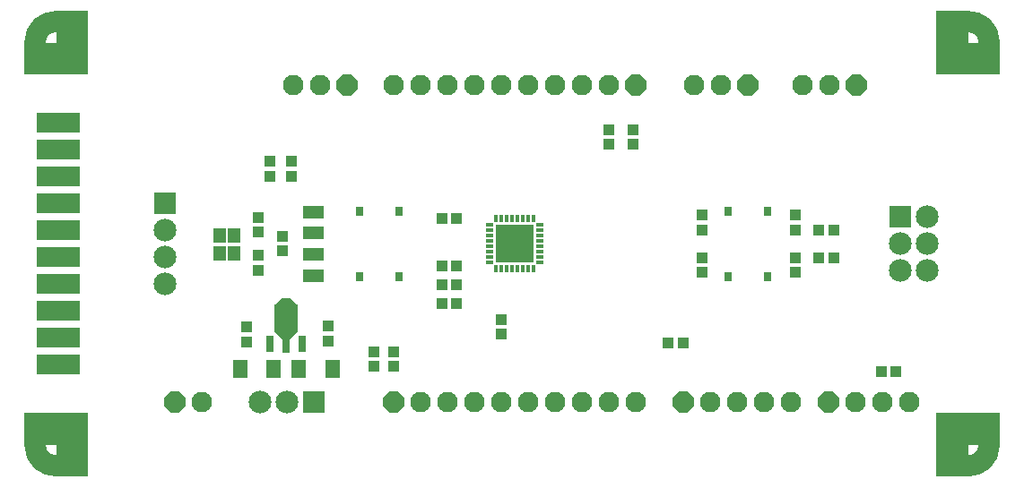
<source format=gts>
G04*
G04 #@! TF.GenerationSoftware,Altium Limited,Altium Designer,19.1.8 (144)*
G04*
G04 Layer_Color=8388736*
%FSLAX44Y44*%
%MOMM*%
G71*
G01*
G75*
%ADD16C,2.0000*%
%ADD17R,1.0000X1.0000*%
%ADD18R,1.0000X1.0000*%
%ADD19R,0.7500X0.4500*%
%ADD20R,0.4500X0.7500*%
%ADD21R,3.6000X3.6000*%
%ADD22R,0.7500X0.9500*%
%ADD23R,1.3500X1.7500*%
%ADD24R,4.1500X1.9500*%
%ADD25R,1.2500X1.3500*%
%ADD26R,0.7500X1.5500*%
%ADD27R,0.8000X1.3500*%
%ADD28R,0.9500X1.1500*%
%ADD29R,2.1500X2.1500*%
%ADD30C,2.1500*%
%ADD31R,2.1500X2.1500*%
%ADD32P,2.1107X8X22.5*%
%ADD33C,1.9500*%
%ADD34C,0.1500*%
%ADD35C,0.8500*%
G36*
X60000Y380000D02*
X0D01*
X-0Y380000D01*
Y410000D01*
X30000D01*
Y440000D01*
X60000Y440000D01*
Y380000D01*
D02*
G37*
G36*
X891000Y410000D02*
X921000D01*
X921000Y380000D01*
X861000D01*
Y440000D01*
X861000Y440000D01*
X891000D01*
Y410000D01*
D02*
G37*
G36*
X282850Y244000D02*
X263350D01*
Y256000D01*
X282850D01*
Y244000D01*
D02*
G37*
G36*
X283000Y224000D02*
X263500D01*
Y236000D01*
X283000D01*
Y224000D01*
D02*
G37*
G36*
X283000Y204000D02*
X263500D01*
Y216000D01*
X283000D01*
Y204000D01*
D02*
G37*
G36*
Y184000D02*
X263500D01*
Y196000D01*
X283000D01*
Y184000D01*
D02*
G37*
G36*
X250030Y168750D02*
X250060Y168750D01*
X250089Y168745D01*
X250118Y168743D01*
X250147Y168736D01*
X250177Y168731D01*
X250205Y168722D01*
X250233Y168716D01*
X250260Y168704D01*
X250289Y168695D01*
X250315Y168682D01*
X250342Y168670D01*
X250368Y168654D01*
X250394Y168641D01*
X250417Y168624D01*
X250442Y168609D01*
X250465Y168589D01*
X250490Y168571D01*
X257490Y162571D01*
X257510Y162551D01*
X257532Y162532D01*
X257552Y162509D01*
X257573Y162488D01*
X257590Y162464D01*
X257609Y162442D01*
X257624Y162416D01*
X257642Y162392D01*
X257655Y162366D01*
X257670Y162342D01*
X257682Y162314D01*
X257696Y162287D01*
X257705Y162259D01*
X257715Y162233D01*
X257722Y162203D01*
X257732Y162174D01*
X257736Y162146D01*
X257743Y162118D01*
X257745Y162088D01*
X257750Y162058D01*
X257750Y162029D01*
X257752Y162000D01*
Y137000D01*
X257743Y136882D01*
X257715Y136768D01*
X257684Y136691D01*
X257670Y136659D01*
X257609Y136558D01*
X257532Y136468D01*
X250532Y129468D01*
X250442Y129391D01*
X250342Y129330D01*
X250233Y129285D01*
X250118Y129257D01*
X250000Y129248D01*
X244000D01*
X243882Y129257D01*
X243768Y129285D01*
X243690Y129317D01*
X243658Y129330D01*
X243558Y129391D01*
X243468Y129468D01*
X236468Y136468D01*
X236391Y136558D01*
X236330Y136659D01*
X236307Y136713D01*
X236285Y136768D01*
X236257Y136882D01*
X236248Y137000D01*
Y162000D01*
X236250Y162029D01*
X236250Y162058D01*
X236255Y162088D01*
X236257Y162118D01*
X236264Y162146D01*
X236268Y162174D01*
X236278Y162203D01*
X236285Y162233D01*
X236296Y162259D01*
X236304Y162287D01*
X236318Y162314D01*
X236330Y162342D01*
X236345Y162366D01*
X236358Y162392D01*
X236376Y162416D01*
X236391Y162442D01*
X236410Y162464D01*
X236427Y162488D01*
X236448Y162509D01*
X236468Y162532D01*
X236490Y162551D01*
X236510Y162571D01*
X243510Y168571D01*
X243535Y168589D01*
X243558Y168609D01*
X243583Y168624D01*
X243606Y168641D01*
X243633Y168654D01*
X243659Y168670D01*
X243685Y168682D01*
X243711Y168695D01*
X243740Y168704D01*
X243768Y168716D01*
X243795Y168722D01*
X243823Y168731D01*
X243853Y168736D01*
X243882Y168743D01*
X243911Y168745D01*
X243940Y168750D01*
X243970Y168750D01*
X244000Y168752D01*
X250000D01*
X250030Y168750D01*
D02*
G37*
G36*
X921000Y60000D02*
Y30000D01*
X891000D01*
Y0D01*
X861000Y-0D01*
Y60000D01*
X921000D01*
X921000Y60000D01*
D02*
G37*
G36*
X60000Y0D02*
X60000Y-0D01*
X30000D01*
Y30000D01*
X0D01*
X-0Y60000D01*
X60000D01*
Y0D01*
D02*
G37*
D16*
X911000Y410000D02*
G03*
X911000Y410000I-20000J0D01*
G01*
Y30000D02*
G03*
X911000Y30000I-20000J0D01*
G01*
X50000Y30000D02*
G03*
X50000Y30000I-20000J0D01*
G01*
X50000Y410000D02*
G03*
X50000Y410000I-20000J0D01*
G01*
D17*
X287000Y128000D02*
D03*
Y142000D02*
D03*
X574800Y314000D02*
D03*
Y328000D02*
D03*
X551900Y314000D02*
D03*
Y328000D02*
D03*
X210000Y127000D02*
D03*
Y141000D02*
D03*
X728000Y193000D02*
D03*
Y207000D02*
D03*
X640000Y207000D02*
D03*
Y193000D02*
D03*
X450500Y148500D02*
D03*
Y134500D02*
D03*
X232000Y298000D02*
D03*
Y284000D02*
D03*
X220750Y245000D02*
D03*
Y231000D02*
D03*
X220750Y209000D02*
D03*
Y195000D02*
D03*
X640000Y233000D02*
D03*
Y247000D02*
D03*
X728000D02*
D03*
Y233000D02*
D03*
X252000Y298001D02*
D03*
Y284000D02*
D03*
X244000Y213000D02*
D03*
Y227000D02*
D03*
X348700Y104000D02*
D03*
Y118000D02*
D03*
X330000Y104000D02*
D03*
Y118000D02*
D03*
D18*
X622000Y126000D02*
D03*
X608000D02*
D03*
X809000Y98707D02*
D03*
X823000D02*
D03*
X764000Y233000D02*
D03*
X750000D02*
D03*
X764000Y207000D02*
D03*
X750000D02*
D03*
X408001Y163001D02*
D03*
X394001D02*
D03*
X408000Y199000D02*
D03*
X394000D02*
D03*
X408000Y181000D02*
D03*
X394000D02*
D03*
X408000Y243500D02*
D03*
X394000D02*
D03*
D19*
X439500Y237500D02*
D03*
Y232500D02*
D03*
Y227500D02*
D03*
Y222500D02*
D03*
Y217500D02*
D03*
Y212500D02*
D03*
Y207500D02*
D03*
Y202500D02*
D03*
X486500D02*
D03*
Y207500D02*
D03*
Y212500D02*
D03*
Y217500D02*
D03*
Y222500D02*
D03*
Y227500D02*
D03*
Y232500D02*
D03*
Y237500D02*
D03*
D20*
X445500Y196500D02*
D03*
X450500D02*
D03*
X455500D02*
D03*
X460500D02*
D03*
X465500D02*
D03*
X470500D02*
D03*
X475500D02*
D03*
X480500D02*
D03*
Y243500D02*
D03*
X475500D02*
D03*
X470500D02*
D03*
X465500D02*
D03*
X460500D02*
D03*
X455500D02*
D03*
X450500D02*
D03*
X445500D02*
D03*
D21*
X463000Y220000D02*
D03*
D22*
X701300Y251000D02*
D03*
X664300D02*
D03*
X701300Y189000D02*
D03*
X664300D02*
D03*
X316500Y189000D02*
D03*
X353500D02*
D03*
X316500Y251000D02*
D03*
X353500D02*
D03*
D23*
X259000Y102000D02*
D03*
X291000D02*
D03*
X235600Y102000D02*
D03*
X203600D02*
D03*
D24*
X32250Y105900D02*
D03*
Y131300D02*
D03*
Y156700D02*
D03*
Y182100D02*
D03*
Y207500D02*
D03*
Y232900D02*
D03*
Y258300D02*
D03*
Y283700D02*
D03*
Y309100D02*
D03*
Y334500D02*
D03*
D25*
X184250Y227500D02*
D03*
Y210500D02*
D03*
X198250D02*
D03*
Y227500D02*
D03*
D26*
X232000Y125000D02*
D03*
X262000D02*
D03*
D27*
X247000Y124000D02*
D03*
D28*
X268500Y230000D02*
D03*
X278000D02*
D03*
X268350Y250000D02*
D03*
X277850D02*
D03*
X278000Y210000D02*
D03*
X268500D02*
D03*
X278000Y190000D02*
D03*
X268500D02*
D03*
D29*
X827300Y245400D02*
D03*
X133000Y258100D02*
D03*
D30*
X827300Y194600D02*
D03*
Y220000D02*
D03*
X852700D02*
D03*
Y194600D02*
D03*
Y245400D02*
D03*
X222600Y70000D02*
D03*
X248000D02*
D03*
X133000Y207300D02*
D03*
Y232700D02*
D03*
Y181900D02*
D03*
D31*
X273400Y70000D02*
D03*
D32*
X348700D02*
D03*
X785800Y370000D02*
D03*
X682800D02*
D03*
X577300Y370000D02*
D03*
X305000Y370000D02*
D03*
X622200Y70000D02*
D03*
X758900Y70000D02*
D03*
X142300D02*
D03*
D33*
X374100Y70000D02*
D03*
X399500D02*
D03*
X424900D02*
D03*
X450300D02*
D03*
X475700D02*
D03*
X501100D02*
D03*
X526500D02*
D03*
X551900D02*
D03*
X577300D02*
D03*
X735000Y370000D02*
D03*
X760400D02*
D03*
X632000D02*
D03*
X657400D02*
D03*
X551900Y370000D02*
D03*
X526500D02*
D03*
X501100D02*
D03*
X475700D02*
D03*
X450300D02*
D03*
X424900D02*
D03*
X399500D02*
D03*
X374100D02*
D03*
X348700D02*
D03*
X254200Y370000D02*
D03*
X279600D02*
D03*
X723800Y70000D02*
D03*
X647600D02*
D03*
X673000D02*
D03*
X698400D02*
D03*
X784300Y70000D02*
D03*
X809700D02*
D03*
X835100D02*
D03*
X167700D02*
D03*
D34*
X891000Y410000D02*
D03*
X891000Y30000D02*
D03*
X30000Y30000D02*
D03*
Y410000D02*
D03*
D35*
X463000Y220000D02*
D03*
Y207500D02*
D03*
X450500D02*
D03*
Y220000D02*
D03*
Y232500D02*
D03*
X463000D02*
D03*
X475500Y232500D02*
D03*
Y220000D02*
D03*
Y207500D02*
D03*
M02*

</source>
